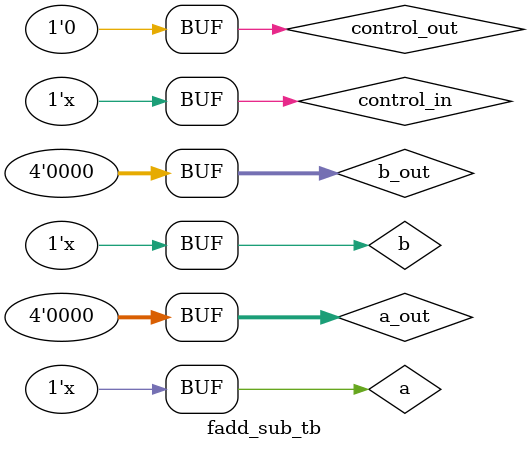
<source format=v>
module fadd_sub_tb;

reg [3:0] a_out, b_out;
reg control_out;
wire [3:0] sum_in;
wire carry_in;

fadd_sub_bh   DUT(.a_in(a_out), .b_in(b_out), .control_in(control_out), .sum_out(sum_in), .carry_out(carry_in));

initial
$monitor ("time:%d \t, a_in=%d \t b_in=%d \t, control_in=%b \t, sum_out=%d \t, carry_out=%b", $time, a_out, b_out, control_out, sum_in, carry_in);


initial begin 
	a_out= 0;
	b_out = 0;
	control_out = 0;
	repeat (16) begin
		#10 a=a+1;
		repeat (16) begin
			#10 b= b+1;
			repeat (2)
				#10 control_in=~control_in;
			end
		end
	end
endmodule
		
</source>
